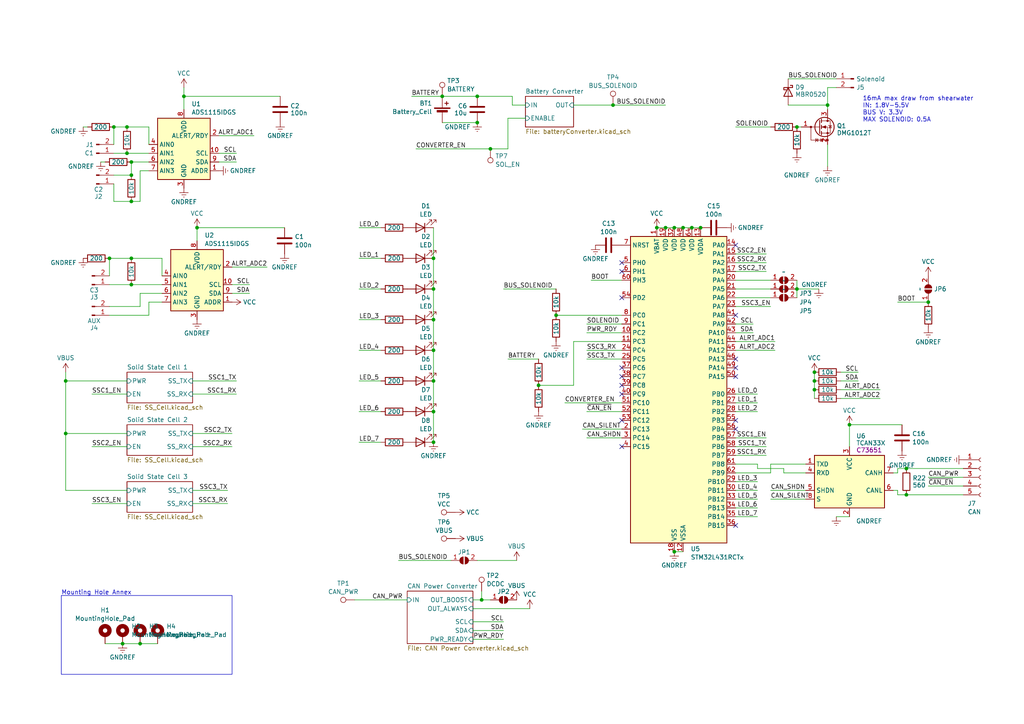
<source format=kicad_sch>
(kicad_sch (version 20230121) (generator eeschema)
  (paper "A4")
  (lib_symbols
    (symbol "Library:ADS1115IDGS"
      (property "Reference" "U" (at 2.54 13.97 0))
      (property "Value" "ADS1115IDGS" (at 7.62 11.43 0))
      (symbol "ADS1115IDGS_1_1"
        (pin input line (at 10.16 -5.08 180) (length 2.54) (name "ADDR") (number "1"))
        (pin input line (at 10.16 0 180) (length 2.54) (name "SCL") (number "10"))
        (pin output line (at 10.16 5.08 180) (length 2.54) (name "ALERT/RDY") (number "2"))
        (pin power_in line (at 0 -10.16 90) (length 2.54) (name "GND") (number "3"))
        (pin input line (at -10.16 2.54 0) (length 2.54) (name "AIN0") (number "4"))
        (pin input line (at -10.16 0 0) (length 2.54) (name "AIN1") (number "5"))
        (pin input line (at -10.16 -2.54 0) (length 2.54) (name "AIN2") (number "6"))
        (pin input line (at -10.16 -5.08 0) (length 2.54) (name "AIN3") (number "7"))
        (pin power_in line (at 0 12.7 270) (length 2.54) (name "VDD") (number "8"))
        (pin bidirectional line (at 10.16 -2.54 180) (length 2.54) (name "SDA") (number "9"))
      )
    )
    (symbol "Library:Battery_Cell" (pin_numbers hide) (pin_names (offset 0) hide)
      (property "Reference" "BT" (at 2.54 2.54 0))
      (property "Value" "Battery_Cell" (at 2.54 0 0))
      (symbol "Battery_Cell_1_1"
        (pin passive line (at 0 5.08 270) (length 2.54) (name "+") (number "1"))
        (pin passive line (at 0 -2.54 90) (length 2.54) (name "-") (number "2"))
      )
    )
    (symbol "Library:C" (pin_numbers hide) (pin_names (offset 0.254))
      (property "Reference" "C" (at 0.635 2.54 0))
      (property "Value" "C" (at 0.635 -2.54 0))
      (symbol "C_1_1"
        (pin passive line (at 0 3.81 270) (length 2.794) (name "~") (number "1"))
        (pin passive line (at 0 -3.81 90) (length 2.794) (name "~") (number "2"))
      )
    )
    (symbol "Library:Conn_01x02_Pin" (pin_names (offset 1.016) hide)
      (property "Reference" "J" (at 0 2.54 0))
      (property "Value" "Conn_01x02_Pin" (at 0 -5.08 0))
      (symbol "Conn_01x02_Pin_1_1"
        (pin passive line (at 5.08 0 180) (length 3.81) (name "Pin_1") (number "1"))
        (pin passive line (at 5.08 -2.54 180) (length 3.81) (name "Pin_2") (number "2"))
      )
    )
    (symbol "Library:Conn_01x05_Socket" (pin_names (offset 1.016) hide)
      (property "Reference" "J" (at 0 7.62 0))
      (property "Value" "Conn_01x05_Socket" (at 0 -7.62 0))
      (symbol "Conn_01x05_Socket_1_1"
        (pin passive line (at -5.08 5.08 0) (length 3.81) (name "Pin_1") (number "1"))
        (pin passive line (at -5.08 2.54 0) (length 3.81) (name "Pin_2") (number "2"))
        (pin passive line (at -5.08 0 0) (length 3.81) (name "Pin_3") (number "3"))
        (pin passive line (at -5.08 -2.54 0) (length 3.81) (name "Pin_4") (number "4"))
        (pin passive line (at -5.08 -5.08 0) (length 3.81) (name "Pin_5") (number "5"))
      )
    )
    (symbol "Library:DMG1012T" (pin_names (offset 0) hide)
      (property "Reference" "Q" (at 5.08 1.905 0))
      (property "Value" "DMG1012T" (at 5.08 0 0))
      (symbol "DMG1012T_1_1"
        (pin input line (at -5.08 0 0) (length 2.54) (name "G") (number "1"))
        (pin passive line (at 2.54 -5.08 90) (length 2.54) (name "S") (number "2"))
        (pin passive line (at 2.54 5.08 270) (length 2.54) (name "D") (number "3"))
      )
    )
    (symbol "Library:LED" (pin_numbers hide) (pin_names (offset 1.016) hide)
      (property "Reference" "D" (at 0 2.54 0))
      (property "Value" "LED" (at 0 -2.54 0))
      (symbol "LED_1_1"
        (pin passive line (at -3.81 0 0) (length 2.54) (name "K") (number "1"))
        (pin passive line (at 3.81 0 180) (length 2.54) (name "A") (number "2"))
      )
    )
    (symbol "Library:MBR0520" (pin_numbers hide) (pin_names (offset 1.016) hide)
      (property "Reference" "D" (at 0 2.54 0))
      (property "Value" "MBR0520" (at 0 -2.54 0))
      (symbol "MBR0520_1_1"
        (pin passive line (at -3.81 0 0) (length 2.54) (name "K") (number "1"))
        (pin passive line (at 3.81 0 180) (length 2.54) (name "A") (number "2"))
      )
    )
    (symbol "Library:MountingHole_Pad" (pin_numbers hide) (pin_names (offset 1.016) hide)
      (property "Reference" "H" (at 0 6.35 0))
      (property "Value" "MountingHole_Pad" (at 0 4.445 0))
      (symbol "MountingHole_Pad_1_1"
        (pin input line (at 0 -2.54 90) (length 2.54) (name "1") (number "1"))
      )
    )
    (symbol "Library:R" (pin_numbers hide) (pin_names (offset 0))
      (property "Reference" "R" (at 2.032 0 90))
      (property "Value" "R" (at 0 0 90))
      (symbol "R_1_1"
        (pin passive line (at 0 3.81 270) (length 1.27) (name "~") (number "1"))
        (pin passive line (at 0 -3.81 90) (length 1.27) (name "~") (number "2"))
      )
    )
    (symbol "Library:STM32L431RCTx"
      (property "Reference" "U" (at -12.7 46.99 0))
      (property "Value" "STM32L431RCTx" (at 10.16 46.99 0))
      (symbol "STM32L431RCTx_1_1"
        (pin power_in line (at -5.08 48.26 270) (length 2.54) (name "VBAT") (number "1"))
        (pin bidirectional line (at -15.24 17.78 0) (length 2.54) (name "PC2") (number "10"))
        (pin bidirectional line (at -15.24 15.24 0) (length 2.54) (name "PC3") (number "11"))
        (pin power_in line (at 2.54 -45.72 90) (length 2.54) (name "VSSA") (number "12"))
        (pin power_in line (at 7.62 48.26 270) (length 2.54) (name "VDDA") (number "13"))
        (pin bidirectional line (at 17.78 43.18 180) (length 2.54) (name "PA0") (number "14"))
        (pin bidirectional line (at 17.78 40.64 180) (length 2.54) (name "PA1") (number "15"))
        (pin bidirectional line (at 17.78 38.1 180) (length 2.54) (name "PA2") (number "16"))
        (pin bidirectional line (at 17.78 35.56 180) (length 2.54) (name "PA3") (number "17"))
        (pin power_in line (at 0 -45.72 90) (length 2.54) (name "VSS") (number "18"))
        (pin power_in line (at -2.54 48.26 270) (length 2.54) (name "VDD") (number "19"))
        (pin bidirectional line (at -15.24 -10.16 0) (length 2.54) (name "PC13") (number "2"))
        (pin bidirectional line (at 17.78 33.02 180) (length 2.54) (name "PA4") (number "20"))
        (pin bidirectional line (at 17.78 30.48 180) (length 2.54) (name "PA5") (number "21"))
        (pin bidirectional line (at 17.78 27.94 180) (length 2.54) (name "PA6") (number "22"))
        (pin bidirectional line (at 17.78 25.4 180) (length 2.54) (name "PA7") (number "23"))
        (pin bidirectional line (at -15.24 12.7 0) (length 2.54) (name "PC4") (number "24"))
        (pin bidirectional line (at -15.24 10.16 0) (length 2.54) (name "PC5") (number "25"))
        (pin bidirectional line (at 17.78 0 180) (length 2.54) (name "PB0") (number "26"))
        (pin bidirectional line (at 17.78 -2.54 180) (length 2.54) (name "PB1") (number "27"))
        (pin bidirectional line (at 17.78 -5.08 180) (length 2.54) (name "PB2") (number "28"))
        (pin bidirectional line (at 17.78 -25.4 180) (length 2.54) (name "PB10") (number "29"))
        (pin bidirectional line (at -15.24 -12.7 0) (length 2.54) (name "PC14") (number "3"))
        (pin bidirectional line (at 17.78 -27.94 180) (length 2.54) (name "PB11") (number "30"))
        (pin passive line (at 0 -45.72 90) (length 2.54) hide (name "VSS") (number "31"))
        (pin power_in line (at 0 48.26 270) (length 2.54) (name "VDD") (number "32"))
        (pin bidirectional line (at 17.78 -30.48 180) (length 2.54) (name "PB12") (number "33"))
        (pin bidirectional line (at 17.78 -33.02 180) (length 2.54) (name "PB13") (number "34"))
        (pin bidirectional line (at 17.78 -35.56 180) (length 2.54) (name "PB14") (number "35"))
        (pin bidirectional line (at 17.78 -38.1 180) (length 2.54) (name "PB15") (number "36"))
        (pin bidirectional line (at -15.24 7.62 0) (length 2.54) (name "PC6") (number "37"))
        (pin bidirectional line (at -15.24 5.08 0) (length 2.54) (name "PC7") (number "38"))
        (pin bidirectional line (at -15.24 2.54 0) (length 2.54) (name "PC8") (number "39"))
        (pin bidirectional line (at -15.24 -15.24 0) (length 2.54) (name "PC15") (number "4"))
        (pin bidirectional line (at -15.24 0 0) (length 2.54) (name "PC9") (number "40"))
        (pin bidirectional line (at 17.78 22.86 180) (length 2.54) (name "PA8") (number "41"))
        (pin bidirectional line (at 17.78 20.32 180) (length 2.54) (name "PA9") (number "42"))
        (pin bidirectional line (at 17.78 17.78 180) (length 2.54) (name "PA10") (number "43"))
        (pin bidirectional line (at 17.78 15.24 180) (length 2.54) (name "PA11") (number "44"))
        (pin bidirectional line (at 17.78 12.7 180) (length 2.54) (name "PA12") (number "45"))
        (pin bidirectional line (at 17.78 10.16 180) (length 2.54) (name "PA13") (number "46"))
        (pin passive line (at 0 -45.72 90) (length 2.54) hide (name "VSS") (number "47"))
        (pin power_in line (at 2.54 48.26 270) (length 2.54) (name "VDD") (number "48"))
        (pin bidirectional line (at 17.78 7.62 180) (length 2.54) (name "PA14") (number "49"))
        (pin bidirectional line (at -15.24 38.1 0) (length 2.54) (name "PH0") (number "5"))
        (pin bidirectional line (at 17.78 5.08 180) (length 2.54) (name "PA15") (number "50"))
        (pin bidirectional line (at -15.24 -2.54 0) (length 2.54) (name "PC10") (number "51"))
        (pin bidirectional line (at -15.24 -5.08 0) (length 2.54) (name "PC11") (number "52"))
        (pin bidirectional line (at -15.24 -7.62 0) (length 2.54) (name "PC12") (number "53"))
        (pin bidirectional line (at -15.24 27.94 0) (length 2.54) (name "PD2") (number "54"))
        (pin bidirectional line (at 17.78 -7.62 180) (length 2.54) (name "PB3") (number "55"))
        (pin bidirectional line (at 17.78 -10.16 180) (length 2.54) (name "PB4") (number "56"))
        (pin bidirectional line (at 17.78 -12.7 180) (length 2.54) (name "PB5") (number "57"))
        (pin bidirectional line (at 17.78 -15.24 180) (length 2.54) (name "PB6") (number "58"))
        (pin bidirectional line (at 17.78 -17.78 180) (length 2.54) (name "PB7") (number "59"))
        (pin bidirectional line (at -15.24 35.56 0) (length 2.54) (name "PH1") (number "6"))
        (pin bidirectional line (at -15.24 33.02 0) (length 2.54) (name "PH3") (number "60"))
        (pin bidirectional line (at 17.78 -20.32 180) (length 2.54) (name "PB8") (number "61"))
        (pin bidirectional line (at 17.78 -22.86 180) (length 2.54) (name "PB9") (number "62"))
        (pin passive line (at 0 -45.72 90) (length 2.54) hide (name "VSS") (number "63"))
        (pin power_in line (at 5.08 48.26 270) (length 2.54) (name "VDD") (number "64"))
        (pin input line (at -15.24 43.18 0) (length 2.54) (name "NRST") (number "7"))
        (pin bidirectional line (at -15.24 22.86 0) (length 2.54) (name "PC0") (number "8"))
        (pin bidirectional line (at -15.24 20.32 0) (length 2.54) (name "PC1") (number "9"))
      )
    )
    (symbol "Library:SolderJumper_2_Open" (pin_names (offset 0) hide)
      (property "Reference" "JP" (at 0 2.032 0))
      (property "Value" "SolderJumper_2_Open" (at 0 -2.54 0))
      (symbol "SolderJumper_2_Open_1_1"
        (pin passive line (at -3.81 0 0) (length 2.54) (name "A") (number "1"))
        (pin passive line (at 3.81 0 180) (length 2.54) (name "B") (number "2"))
      )
    )
    (symbol "Library:TCAN330"
      (property "Reference" "U" (at -10.16 8.89 0))
      (property "Value" "TCAN330" (at 2.54 8.89 0))
      (property "JLC Part #" "C191009" (at 0 0 0))
      (symbol "TCAN330_1_1"
        (pin input line (at -12.7 5.08 0) (length 2.54) (name "TXD") (number "1"))
        (pin power_in line (at 0 -10.16 90) (length 2.54) (name "GND") (number "2"))
        (pin power_in line (at 0 10.16 270) (length 2.54) (name "VCC") (number "3"))
        (pin tri_state line (at -12.7 2.54 0) (length 2.54) (name "RXD") (number "4"))
        (pin input line (at -12.7 -2.54 0) (length 2.54) (name "SHDN") (number "5"))
        (pin bidirectional line (at 12.7 -2.54 180) (length 2.54) (name "CANL") (number "6"))
        (pin bidirectional line (at 12.7 2.54 180) (length 2.54) (name "CANH") (number "7"))
        (pin input line (at -12.7 -5.08 0) (length 2.54) (name "S") (number "8"))
      )
    )
    (symbol "Library:TestPoint" (pin_numbers hide) (pin_names (offset 0.762) hide)
      (property "Reference" "TP" (at 0 6.858 0))
      (property "Value" "TestPoint" (at 0 5.08 0))
      (symbol "TestPoint_1_1"
        (pin passive line (at 0 0 90) (length 2.54) (name "1") (number "1"))
      )
    )
    (symbol "power:GNDREF" (power) (pin_names (offset 0))
      (property "Value" "GNDREF" (at 0 -3.81 0))
      (symbol "GNDREF_1_1"
        (pin power_in line (at 0 0 270) (length 0) hide (name "GNDREF") (number "1"))
      )
    )
    (symbol "power:VBUS" (power) (pin_names (offset 0))
      (property "Value" "VBUS" (at 0 3.81 0))
      (symbol "VBUS_1_1"
        (pin power_in line (at 0 0 90) (length 0) hide (name "VBUS") (number "1"))
      )
    )
    (symbol "power:VCC" (power) (pin_names (offset 0))
      (property "Value" "VCC" (at 0 3.81 0))
      (symbol "VCC_1_1"
        (pin power_in line (at 0 0 90) (length 0) hide (name "VCC") (number "1"))
      )
    )
  )
  (junction (at 125.73 101.6))
  (junction (at 231.14 36.83))
  (junction (at 36.83 36.83))
  (junction (at 161.29 91.44))
  (junction (at 53.34 27.94))
  (junction (at 138.43 27.94))
  (junction (at 138.43 35.56))
  (junction (at 125.73 92.71))
  (junction (at 246.38 123.19))
  (junction (at 156.21 111.76))
  (junction (at 195.58 66.04))
  (junction (at 193.04 66.04))
  (junction (at 262.89 143.51))
  (junction (at 139.7 173.99))
  (junction (at 125.73 128.27))
  (junction (at 125.73 83.82))
  (junction (at 236.22 107.95))
  (junction (at 177.8 30.48))
  (junction (at 125.73 110.49))
  (junction (at 128.27 27.94))
  (junction (at 19.05 110.49))
  (junction (at 35.56 186.69))
  (junction (at 38.1 58.42))
  (junction (at 38.1 46.99))
  (junction (at 40.64 186.69))
  (junction (at 38.1 50.8))
  (junction (at 200.66 66.04))
  (junction (at 262.89 135.89))
  (junction (at 57.15 66.04))
  (junction (at 19.05 125.73))
  (junction (at 231.14 83.82))
  (junction (at 36.83 44.45))
  (junction (at 190.5 66.04))
  (junction (at 125.73 74.93))
  (junction (at 269.24 87.63))
  (junction (at 236.22 113.03))
  (junction (at 31.75 74.93))
  (junction (at 236.22 110.49))
  (junction (at 198.12 66.04))
  (junction (at 203.2 66.04))
  (junction (at 125.73 119.38))
  (junction (at 195.58 160.02))
  (junction (at 33.02 36.83))
  (junction (at 142.24 43.18))
  (junction (at 38.1 74.93))
  (junction (at 240.03 30.48))
  (junction (at 38.1 82.55))
  (no_connect (at 180.34 78.74))
  (no_connect (at 213.36 109.22))
  (no_connect (at 180.34 109.22))
  (no_connect (at 213.36 152.4))
  (no_connect (at 213.36 91.44))
  (no_connect (at 180.34 106.68))
  (no_connect (at 213.36 104.14))
  (no_connect (at 213.36 121.92))
  (no_connect (at 213.36 106.68))
  (no_connect (at 180.34 111.76))
  (no_connect (at 180.34 76.2))
  (no_connect (at 213.36 124.46))
  (no_connect (at 180.34 114.3))
  (no_connect (at 180.34 121.92))
  (no_connect (at 213.36 71.12))
  (no_connect (at 180.34 129.54))
  (no_connect (at 180.34 86.36))
  (wire (pts (xy 104.14 92.71) (xy 110.49 92.71)))
  (wire (pts (xy 33.02 44.45) (xy 36.83 44.45)))
  (wire (pts (xy 35.56 186.69) (xy 40.64 186.69)))
  (wire (pts (xy 53.34 25.4) (xy 53.34 27.94)))
  (wire (pts (xy 138.43 162.56) (xy 149.86 162.56)))
  (wire (pts (xy 227.33 137.16) (xy 233.68 137.16)))
  (wire (pts (xy 102.87 173.99) (xy 118.11 173.99)))
  (wire (pts (xy 38.1 46.99) (xy 43.18 46.99)))
  (wire (pts (xy 223.52 137.16) (xy 223.52 134.62)))
  (wire (pts (xy 213.36 76.2) (xy 222.25 76.2)))
  (wire (pts (xy 128.27 35.56) (xy 138.43 35.56)))
  (wire (pts (xy 43.18 36.83) (xy 43.18 41.91)))
  (wire (pts (xy 260.35 87.63) (xy 269.24 87.63)))
  (wire (pts (xy 67.31 77.47) (xy 77.47 77.47)))
  (wire (pts (xy 30.48 186.69) (xy 35.56 186.69)))
  (wire (pts (xy 236.22 113.03) (xy 236.22 115.57)))
  (wire (pts (xy 219.71 134.62) (xy 219.71 135.89)))
  (wire (pts (xy 104.14 101.6) (xy 110.49 101.6)))
  (wire (pts (xy 125.73 83.82) (xy 125.73 92.71)))
  (wire (pts (xy 152.4 34.29) (xy 147.32 34.29)))
  (wire (pts (xy 137.16 185.42) (xy 146.05 185.42)))
  (wire (pts (xy 67.31 85.09) (xy 72.39 85.09)))
  (wire (pts (xy 104.14 66.04) (xy 110.49 66.04)))
  (wire (pts (xy 223.52 142.24) (xy 233.68 142.24)))
  (wire (pts (xy 55.88 114.3) (xy 68.58 114.3)))
  (wire (pts (xy 104.14 74.93) (xy 110.49 74.93)))
  (wire (pts (xy 161.29 91.44) (xy 180.34 91.44)))
  (wire (pts (xy 236.22 107.95) (xy 236.22 110.49)))
  (wire (pts (xy 219.71 144.78) (xy 213.36 144.78)))
  (wire (pts (xy 19.05 110.49) (xy 36.83 110.49)))
  (wire (pts (xy 104.14 110.49) (xy 110.49 110.49)))
  (wire (pts (xy 219.71 135.89) (xy 227.33 135.89)))
  (wire (pts (xy 33.02 50.8) (xy 38.1 50.8)))
  (wire (pts (xy 31.75 80.01) (xy 31.75 74.93)))
  (wire (pts (xy 246.38 123.19) (xy 246.38 129.54)))
  (wire (pts (xy 36.83 44.45) (xy 43.18 44.45)))
  (wire (pts (xy 19.05 142.24) (xy 36.83 142.24)))
  (wire (pts (xy 246.38 149.86) (xy 242.57 149.86)))
  (wire (pts (xy 166.37 111.76) (xy 166.37 99.06)))
  (wire (pts (xy 115.57 162.56) (xy 130.81 162.56)))
  (wire (pts (xy 19.05 107.95) (xy 19.05 110.49)))
  (wire (pts (xy 228.6 22.86) (xy 242.57 22.86)))
  (wire (pts (xy 171.45 81.28) (xy 180.34 81.28)))
  (wire (pts (xy 260.35 142.24) (xy 260.35 143.51)))
  (wire (pts (xy 55.88 146.05) (xy 66.04 146.05)))
  (wire (pts (xy 213.36 132.08) (xy 222.25 132.08)))
  (wire (pts (xy 63.5 46.99) (xy 68.58 46.99)))
  (wire (pts (xy 213.36 36.83) (xy 223.52 36.83)))
  (wire (pts (xy 33.02 58.42) (xy 33.02 53.34)))
  (wire (pts (xy 219.71 142.24) (xy 213.36 142.24)))
  (wire (pts (xy 195.58 160.02) (xy 198.12 160.02)))
  (wire (pts (xy 219.71 116.84) (xy 213.36 116.84)))
  (wire (pts (xy 262.89 135.89) (xy 279.4 135.89)))
  (wire (pts (xy 269.24 138.43) (xy 279.4 138.43)))
  (wire (pts (xy 166.37 99.06) (xy 180.34 99.06)))
  (wire (pts (xy 246.38 123.19) (xy 261.62 123.19)))
  (wire (pts (xy 223.52 144.78) (xy 233.68 144.78)))
  (wire (pts (xy 213.36 99.06) (xy 224.79 99.06)))
  (wire (pts (xy 219.71 114.3) (xy 213.36 114.3)))
  (wire (pts (xy 168.91 124.46) (xy 180.34 124.46)))
  (wire (pts (xy 38.1 74.93) (xy 46.99 74.93)))
  (wire (pts (xy 142.24 43.18) (xy 147.32 43.18)))
  (wire (pts (xy 55.88 110.49) (xy 68.58 110.49)))
  (wire (pts (xy 43.18 91.44) (xy 31.75 91.44)))
  (wire (pts (xy 231.14 83.82) (xy 231.14 86.36)))
  (wire (pts (xy 46.99 87.63) (xy 43.18 87.63)))
  (wire (pts (xy 53.34 27.94) (xy 81.28 27.94)))
  (wire (pts (xy 222.25 127) (xy 213.36 127)))
  (wire (pts (xy 67.31 82.55) (xy 72.39 82.55)))
  (wire (pts (xy 33.02 36.83) (xy 36.83 36.83)))
  (wire (pts (xy 137.16 173.99) (xy 139.7 173.99)))
  (wire (pts (xy 260.35 137.16) (xy 260.35 135.89)))
  (wire (pts (xy 55.88 125.73) (xy 67.31 125.73)))
  (wire (pts (xy 40.64 186.69) (xy 45.72 186.69)))
  (wire (pts (xy 33.02 36.83) (xy 33.02 41.91)))
  (wire (pts (xy 36.83 36.83) (xy 43.18 36.83)))
  (wire (pts (xy 223.52 81.28) (xy 213.36 81.28)))
  (wire (pts (xy 40.64 88.9) (xy 40.64 85.09)))
  (wire (pts (xy 55.88 129.54) (xy 67.31 129.54)))
  (wire (pts (xy 40.64 85.09) (xy 46.99 85.09)))
  (wire (pts (xy 227.33 135.89) (xy 227.33 137.16)))
  (wire (pts (xy 240.03 25.4) (xy 242.57 25.4)))
  (wire (pts (xy 63.5 44.45) (xy 68.58 44.45)))
  (wire (pts (xy 213.36 134.62) (xy 219.71 134.62)))
  (wire (pts (xy 262.89 143.51) (xy 279.4 143.51)))
  (wire (pts (xy 125.73 110.49) (xy 125.73 119.38)))
  (wire (pts (xy 236.22 110.49) (xy 236.22 113.03)))
  (wire (pts (xy 120.65 43.18) (xy 142.24 43.18)))
  (wire (pts (xy 147.32 104.14) (xy 156.21 104.14)))
  (wire (pts (xy 243.84 115.57) (xy 255.27 115.57)))
  (wire (pts (xy 223.52 83.82) (xy 213.36 83.82)))
  (wire (pts (xy 125.73 92.71) (xy 125.73 101.6)))
  (wire (pts (xy 148.59 30.48) (xy 152.4 30.48)))
  (wire (pts (xy 240.03 30.48) (xy 240.03 25.4)))
  (wire (pts (xy 223.52 88.9) (xy 213.36 88.9)))
  (wire (pts (xy 198.12 66.04) (xy 200.66 66.04)))
  (wire (pts (xy 213.36 73.66) (xy 222.25 73.66)))
  (wire (pts (xy 260.35 137.16) (xy 259.08 137.16)))
  (wire (pts (xy 40.64 88.9) (xy 31.75 88.9)))
  (wire (pts (xy 213.36 101.6) (xy 224.79 101.6)))
  (wire (pts (xy 26.67 114.3) (xy 36.83 114.3)))
  (wire (pts (xy 137.16 182.88) (xy 146.05 182.88)))
  (wire (pts (xy 137.16 176.53) (xy 153.67 176.53)))
  (wire (pts (xy 190.5 66.04) (xy 193.04 66.04)))
  (wire (pts (xy 231.14 36.83) (xy 232.41 36.83)))
  (wire (pts (xy 146.05 83.82) (xy 161.29 83.82)))
  (wire (pts (xy 240.03 31.75) (xy 240.03 30.48)))
  (wire (pts (xy 156.21 111.76) (xy 166.37 111.76)))
  (wire (pts (xy 31.75 74.93) (xy 38.1 74.93)))
  (wire (pts (xy 269.24 140.97) (xy 279.4 140.97)))
  (wire (pts (xy 170.18 104.14) (xy 180.34 104.14)))
  (wire (pts (xy 213.36 96.52) (xy 218.44 96.52)))
  (wire (pts (xy 170.18 96.52) (xy 180.34 96.52)))
  (wire (pts (xy 24.13 36.83) (xy 25.4 36.83)))
  (wire (pts (xy 26.67 146.05) (xy 36.83 146.05)))
  (wire (pts (xy 104.14 128.27) (xy 110.49 128.27)))
  (wire (pts (xy 26.67 129.54) (xy 36.83 129.54)))
  (wire (pts (xy 213.36 93.98) (xy 218.44 93.98)))
  (wire (pts (xy 163.83 116.84) (xy 180.34 116.84)))
  (wire (pts (xy 40.64 58.42) (xy 38.1 58.42)))
  (wire (pts (xy 148.59 27.94) (xy 148.59 30.48)))
  (wire (pts (xy 125.73 119.38) (xy 125.73 128.27)))
  (wire (pts (xy 177.8 30.48) (xy 193.04 30.48)))
  (wire (pts (xy 213.36 137.16) (xy 223.52 137.16)))
  (wire (pts (xy 104.14 119.38) (xy 110.49 119.38)))
  (wire (pts (xy 213.36 78.74) (xy 222.25 78.74)))
  (wire (pts (xy 170.18 93.98) (xy 180.34 93.98)))
  (wire (pts (xy 195.58 66.04) (xy 198.12 66.04)))
  (wire (pts (xy 223.52 134.62) (xy 233.68 134.62)))
  (wire (pts (xy 213.36 129.54) (xy 222.25 129.54)))
  (wire (pts (xy 19.05 125.73) (xy 19.05 142.24)))
  (wire (pts (xy 128.27 27.94) (xy 138.43 27.94)))
  (wire (pts (xy 219.71 139.7) (xy 213.36 139.7)))
  (wire (pts (xy 57.15 66.04) (xy 82.55 66.04)))
  (wire (pts (xy 219.71 149.86) (xy 213.36 149.86)))
  (wire (pts (xy 138.43 27.94) (xy 148.59 27.94)))
  (wire (pts (xy 104.14 83.82) (xy 110.49 83.82)))
  (wire (pts (xy 139.7 171.45) (xy 139.7 173.99)))
  (wire (pts (xy 137.16 180.34) (xy 146.05 180.34)))
  (wire (pts (xy 19.05 110.49) (xy 19.05 125.73)))
  (wire (pts (xy 219.71 147.32) (xy 213.36 147.32)))
  (wire (pts (xy 53.34 27.94) (xy 53.34 31.75)))
  (wire (pts (xy 63.5 39.37) (xy 73.66 39.37)))
  (wire (pts (xy 170.18 127) (xy 180.34 127)))
  (wire (pts (xy 139.7 173.99) (xy 142.24 173.99)))
  (wire (pts (xy 125.73 74.93) (xy 125.73 83.82)))
  (wire (pts (xy 231.14 81.28) (xy 231.14 83.82)))
  (wire (pts (xy 260.35 135.89) (xy 262.89 135.89)))
  (wire (pts (xy 170.18 119.38) (xy 180.34 119.38)))
  (wire (pts (xy 29.21 46.99) (xy 30.48 46.99)))
  (wire (pts (xy 243.84 110.49) (xy 248.92 110.49)))
  (wire (pts (xy 38.1 82.55) (xy 46.99 82.55)))
  (wire (pts (xy 240.03 48.26) (xy 240.03 41.91)))
  (wire (pts (xy 166.37 30.48) (xy 177.8 30.48)))
  (wire (pts (xy 243.84 107.95) (xy 248.92 107.95)))
  (wire (pts (xy 243.84 113.03) (xy 255.27 113.03)))
  (wire (pts (xy 200.66 66.04) (xy 203.2 66.04)))
  (wire (pts (xy 231.14 83.82) (xy 237.49 83.82)))
  (wire (pts (xy 38.1 50.8) (xy 38.1 46.99)))
  (wire (pts (xy 147.32 34.29) (xy 147.32 43.18)))
  (wire (pts (xy 19.05 125.73) (xy 36.83 125.73)))
  (wire (pts (xy 228.6 30.48) (xy 240.03 30.48)))
  (wire (pts (xy 260.35 143.51) (xy 262.89 143.51)))
  (wire (pts (xy 31.75 82.55) (xy 38.1 82.55)))
  (wire (pts (xy 223.52 86.36) (xy 213.36 86.36)))
  (wire (pts (xy 170.18 101.6) (xy 180.34 101.6)))
  (wire (pts (xy 38.1 58.42) (xy 33.02 58.42)))
  (wire (pts (xy 55.88 142.24) (xy 66.04 142.24)))
  (wire (pts (xy 219.71 119.38) (xy 213.36 119.38)))
  (wire (pts (xy 46.99 74.93) (xy 46.99 80.01)))
  (wire (pts (xy 43.18 49.53) (xy 40.64 49.53)))
  (wire (pts (xy 40.64 49.53) (xy 40.64 58.42)))
  (wire (pts (xy 260.35 142.24) (xy 259.08 142.24)))
  (wire (pts (xy 125.73 66.04) (xy 125.73 74.93)))
  (wire (pts (xy 193.04 66.04) (xy 195.58 66.04)))
  (wire (pts (xy 119.38 27.94) (xy 128.27 27.94)))
  (wire (pts (xy 43.18 87.63) (xy 43.18 91.44)))
  (wire (pts (xy 57.15 66.04) (xy 57.15 69.85)))
  (wire (pts (xy 125.73 101.6) (xy 125.73 110.49)))
  (rectangle (start 17.78 172.72) (end 67.31 195.58))
  (text "Mounting Hole Annex" (at 17.78 172.72 0) (effects (font (size 1.27 1.27)) (justify left bottom)))
  (text "16mA max draw from shearwater\nIN: 1.8V-5.5V\nBUS V: 3.3V\nMAX SOLENOID: 0.5A" (at 250.19 35.56 0) (effects (font (size 1.27 1.27)) (justify left bottom)))
  (label "CAN_SILENT" (at 168.91 124.46 0))
  (label "BATTERY" (at 119.38 27.94 0))
  (label "SDA" (at 146.05 182.88 180))
  (label "LED_6" (at 104.14 119.38 0))
  (label "SSC2_EN" (at 222.25 73.66 180))
  (label "LED_1" (at 104.14 74.93 0))
  (label "ALRT_ADC1" (at 255.27 113.03 180))
  (label "SSC1_EN" (at 26.67 114.3 0))
  (label "LED_1" (at 219.71 116.84 180))
  (label "SSC3_RX" (at 66.04 146.05 180))
  (label "SDA" (at 68.58 46.99 180))
  (label "CAN_PWR" (at 107.95 173.99 0))
  (label "PWR_RDY" (at 146.05 185.42 180))
  (label "SSC1_TX" (at 222.25 129.54 180))
  (label "BUS_SOLENOID" (at 115.57 162.56 0))
  (label "SCL" (at 72.39 82.55 180))
  (label "SSC3_EN" (at 26.67 146.05 0))
  (label "SSC1_EN" (at 222.25 127 180))
  (label "LED_6" (at 219.71 147.32 180))
  (label "LED_3" (at 219.71 139.7 180))
  (label "SSC2_RX" (at 67.31 129.54 180))
  (label "CONVERTER_EN" (at 163.83 116.84 0))
  (label "BATTERY" (at 147.32 104.14 0))
  (label "SSC3_EN" (at 223.52 88.9 180))
  (label "SCL" (at 68.58 44.45 180))
  (label "CAN_SILENT" (at 223.52 144.78 0))
  (label "LED_3" (at 104.14 92.71 0))
  (label "ALRT_ADC2" (at 224.79 101.6 180))
  (label "~{CAN_EN}" (at 170.18 119.38 0))
  (label "SDA" (at 72.39 85.09 180))
  (label "CAN_PWR" (at 269.24 138.43 0))
  (label "LED_7" (at 219.71 149.86 180))
  (label "LED_0" (at 104.14 66.04 0))
  (label "SDA" (at 248.92 110.49 180))
  (label "LED_4" (at 219.71 142.24 180))
  (label "CAN_SHDN" (at 223.52 142.24 0))
  (label "SOLENOID" (at 213.36 36.83 0))
  (label "LED_0" (at 219.71 114.3 180))
  (label "LED_5" (at 219.71 144.78 180))
  (label "ALRT_ADC1" (at 224.79 99.06 180))
  (label "SOLENOID" (at 170.18 93.98 0))
  (label "SSC1_RX" (at 222.25 132.08 180))
  (label "ALRT_ADC1" (at 73.66 39.37 180))
  (label "PWR_RDY" (at 170.18 96.52 0))
  (label "SSC2_TX" (at 67.31 125.73 180))
  (label "BUS_SOLENOID" (at 228.6 22.86 0))
  (label "SCL" (at 146.05 180.34 180))
  (label "SCL" (at 218.44 93.98 180))
  (label "SSC3_TX" (at 170.18 104.14 0))
  (label "LED_4" (at 104.14 101.6 0))
  (label "SSC1_TX" (at 68.58 110.49 180))
  (label "SCL" (at 248.92 107.95 180))
  (label "ALRT_ADC2" (at 77.47 77.47 180))
  (label "BUS_SOLENOID" (at 146.05 83.82 0))
  (label "LED_2" (at 104.14 83.82 0))
  (label "SDA" (at 218.44 96.52 180))
  (label "SSC2_EN" (at 26.67 129.54 0))
  (label "~{CAN_EN}" (at 269.24 140.97 0))
  (label "SSC1_RX" (at 68.58 114.3 180))
  (label "SSC3_RX" (at 170.18 101.6 0))
  (label "SSC2_RX" (at 222.25 76.2 180))
  (label "ALRT_ADC2" (at 255.27 115.57 180))
  (label "SSC3_TX" (at 66.04 142.24 180))
  (label "LED_7" (at 104.14 128.27 0))
  (label "SSC2_TX" (at 222.25 78.74 180))
  (label "LED_5" (at 104.14 110.49 0))
  (label "CAN_SHDN" (at 170.18 127 0))
  (label "LED_2" (at 219.71 119.38 180))
  (label "BUS_SOLENOID" (at 193.04 30.48 180))
  (label "CONVERTER_EN" (at 120.65 43.18 0))
  (label "BOOT" (at 260.35 87.63 0))
  (label "BOOT" (at 171.45 81.28 0))
  (symbol (lib_id "Library:TestPoint") (at 177.8 30.48 0) (unit 1) (in_bom no)
    (property "Reference" "TP4" (at 177.8 22.3987 0))
    (property "Value" "BUS_SOLENOID" (at 177.8 24.8229 0))
    (property "Footprint" "TestPoint:TestPoint_THTPad_D1.0mm_Drill0.5mm" (effects hide))
  )
  (symbol (lib_id "power:VCC") (at 67.31 87.63 270) (unit 1)
    (property "Reference" "#PWR07" (effects hide))
    (property "Value" "VCC" (at 70.485 87.63 90) (effects (justify left)))
  )
  (symbol (lib_id "Library:R") (at 114.3 101.6 270) (unit 1)
    (property "Reference" "R5" (effects hide))
    (property "Value" "200" (at 114.3 101.6 90))
    (property "Footprint" "Resistor_SMD:R_0402_1005Metric" (effects hide))
    (property "MPN" "C25087" (effects hide))
  )
  (symbol (lib_id "Library:MBR0520") (at 228.6 26.67 270) (unit 1)
    (property "Reference" "D9" (at 230.632 25.3285 90) (effects (justify left)))
    (property "Value" "MBR0520" (at 230.632 27.3765 90) (effects (justify left)))
    (property "Footprint" "Diode_SMD:D_SOD-123" (effects hide))
    (property "Datasheet" "http://www.mccsemi.com/up_pdf/MBR0520~MBR0580(SOD123).pdf" (effects hide))
    (property "MPN" "C5204745" (effects hide))
  )
  (symbol (lib_id "Library:SolderJumper_2_Open") (at 134.62 162.56 0) (unit 1)
    (property "Reference" "JP1" (at 134.62 160.139 0))
    (property "Value" "~" (at 134.62 160.139 0))
    (property "Footprint" "Jumper:SolderJumper-2_P1.3mm_Open_Pad1.0x1.5mm" (effects hide))
  )
  (symbol (lib_id "power:VBUS") (at 149.86 173.99 0) (unit 1)
    (property "Reference" "#PWR030" (effects hide))
    (property "Value" "VBUS" (at 149.86 169.8569 0))
  )
  (symbol (lib_id "Library:Battery_Cell") (at 128.27 33.02 0) (unit 1)
    (property "Reference" "BT1" (at 125.349 29.9664 0) (effects (justify right)))
    (property "Value" "Battery_Cell" (at 125.349 32.3906 0) (effects (justify right)))
    (property "Footprint" "Library:BatteryHolder_MPD_BH-18650-PC2" (effects hide))
    (property "JLC" "C5290176" (effects hide))
  )
  (symbol (lib_id "Library:LED") (at 121.92 119.38 180) (unit 1)
    (property "Reference" "D7" (at 123.5075 113.0767 0))
    (property "Value" "LED" (at 123.5075 115.5009 0))
    (property "Footprint" "LED_SMD:LED_0805_2012Metric" (effects hide))
    (property "MPN" "C84256" (effects hide))
  )
  (symbol (lib_id "power:VCC") (at 153.67 176.53 0) (unit 1)
    (property "Reference" "#PWR024" (effects hide))
    (property "Value" "VCC" (at 153.67 172.3969 0))
  )
  (symbol (lib_id "power:VBUS") (at 19.05 107.95 0) (unit 1)
    (property "Reference" "#PWR01" (effects hide))
    (property "Value" "VBUS" (at 19.05 103.8169 0))
  )
  (symbol (lib_id "Library:Conn_01x05_Socket") (at 284.48 138.43 0) (unit 1) (in_bom no)
    (property "Reference" "J7" (at 280.67 146.05 0) (effects (justify left)))
    (property "Value" "CAN" (at 280.67 148.4742 0) (effects (justify left)))
    (property "Footprint" "TerminalBlock_Phoenix:TerminalBlock_Phoenix_MPT-0,5-5-2.54_1x05_P2.54mm_Horizontal" (effects hide))
  )
  (symbol (lib_id "Library:DMG1012T") (at 237.49 36.83 0) (unit 1)
    (property "Reference" "Q1" (at 242.697 36.5045 0) (effects (justify left)))
    (property "Value" "DMG1012T" (at 242.697 38.5525 0) (effects (justify left)))
    (property "Footprint" "Package_TO_SOT_SMD:SOT-523" (effects hide))
    (property "Datasheet" "https://www.diodes.com/assets/Datasheets/ds31783.pdf" (effects hide))
    (property "MPN" "C20512" (effects hide))
    (property "JLCPCB Rotation Offset" "180" (effects hide))
  )
  (symbol (lib_id "Library:C") (at 207.01 66.04 90) (unit 1)
    (property "Reference" "C15" (at 207.01 59.7367 90))
    (property "Value" "100n" (at 207.01 62.1609 90))
    (property "Footprint" "Capacitor_SMD:C_0603_1608Metric" (effects hide))
    (property "MPN" "C14663" (effects hide))
  )
  (symbol (lib_id "Library:C") (at 81.28 31.75 0) (unit 1)
    (property "Reference" "C2" (at 84.201 30.726 0) (effects (justify left)))
    (property "Value" "100n" (at 84.201 32.774 0) (effects (justify left)))
    (property "Footprint" "Capacitor_SMD:C_0603_1608Metric" (effects hide))
    (property "MPN" "C14663" (effects hide))
  )
  (symbol (lib_id "Library:R") (at 156.21 115.57 180) (unit 1)
    (property "Reference" "R33" (effects hide))
    (property "Value" "10k" (at 156.21 115.57 90))
    (property "Footprint" "Resistor_SMD:R_0402_1005Metric" (effects hide))
    (property "MPN" "C26083" (effects hide))
  )
  (symbol (lib_id "power:VCC") (at 269.24 80.01 0) (unit 1)
    (property "Reference" "#PWR033" (effects hide))
    (property "Value" "VCC" (at 269.24 75.8769 0))
  )
  (symbol (lib_id "power:VCC") (at 57.15 66.04 0) (unit 1)
    (property "Reference" "#PWR04" (effects hide))
    (property "Value" "VCC" (at 57.15 61.9069 0))
  )
  (symbol (lib_id "Library:TestPoint") (at 139.7 171.45 0) (unit 1) (in_bom no)
    (property "Reference" "TP2" (at 141.097 166.9359 0) (effects (justify left)))
    (property "Value" "DCDC" (at 141.097 169.3601 0) (effects (justify left)))
    (property "Footprint" "TestPoint:TestPoint_THTPad_D1.0mm_Drill0.5mm" (effects hide))
  )
  (symbol (lib_id "power:GNDREF") (at 63.5 49.53 90) (unit 1)
    (property "Reference" "#PWR06" (effects hide))
    (property "Value" "GNDREF" (at 66.675 49.53 90) (effects (justify right)))
  )
  (symbol (lib_id "Library:SolderJumper_2_Open") (at 227.33 81.28 0) (unit 1)
    (property "Reference" "JP3" (at 233.68 85.09 0))
    (property "Value" "~" (at 227.33 78.859 0))
    (property "Footprint" "Jumper:SolderJumper-2_P1.3mm_Open_Pad1.0x1.5mm" (effects hide))
  )
  (symbol (lib_id "Library:R") (at 262.89 139.7 0) (unit 1)
    (property "Reference" "R22" (at 264.668 138.676 0) (effects (justify left)))
    (property "Value" "560" (at 264.668 140.724 0) (effects (justify left)))
    (property "Footprint" "Resistor_SMD:R_0402_1005Metric" (effects hide))
    (property "MPN" "C163460" (effects hide))
  )
  (symbol (lib_id "Library:TCAN330") (at 246.38 139.7 0) (unit 1)
    (property "Reference" "U6" (at 248.3359 126.452 0) (effects (justify left)))
    (property "Value" "TCAN33X" (at 248.3359 128.5 0) (effects (justify left)))
    (property "Footprint" "Package_SO:SOIC-8_3.9x4.9mm_P1.27mm" (effects hide))
    (property "Datasheet" "http://www.ti.com/lit/ds/symlink/tcan337.pdf" (effects hide))
    (property "MPN" "C73651" (at 248.3359 130.548 0) (effects (justify left)))
  )
  (symbol (lib_id "Library:MountingHole_Pad") (at 30.48 184.15 0) (unit 1) (in_bom no)
    (property "Reference" "H1" (at 30.48 176.9577 0))
    (property "Value" "MountingHole_Pad" (at 30.48 179.3819 0))
    (property "Footprint" "MountingHole:MountingHole_2.2mm_M2_Pad" (effects hide))
  )
  (symbol (lib_id "Library:LED") (at 121.92 110.49 180) (unit 1)
    (property "Reference" "D6" (at 123.5075 104.1867 0))
    (property "Value" "LED" (at 123.5075 106.6109 0))
    (property "Footprint" "LED_SMD:LED_0805_2012Metric" (effects hide))
    (property "MPN" "C84256" (effects hide))
  )
  (symbol (lib_id "Library:TestPoint") (at 102.87 173.99 90) (unit 1) (in_bom no)
    (property "Reference" "TP1" (at 99.568 169.2107 90))
    (property "Value" "CAN_PWR" (at 99.568 171.6349 90))
    (property "Footprint" "TestPoint:TestPoint_THTPad_D1.0mm_Drill0.5mm" (effects hide))
  )
  (symbol (lib_id "Library:R") (at 38.1 78.74 0) (unit 1)
    (property "Reference" "R29" (effects hide))
    (property "Value" "10k" (at 38.1 78.74 90))
    (property "Footprint" "Resistor_SMD:R_0402_1005Metric" (effects hide))
    (property "MPN" "C26083" (effects hide))
  )
  (symbol (lib_id "power:GNDREF") (at 237.49 83.82 0) (unit 1)
    (property "Reference" "#PWR037" (effects hide))
    (property "Value" "GNDREF" (at 236.22 82.55 0))
  )
  (symbol (lib_id "Library:TestPoint") (at 128.27 27.94 0) (unit 1) (in_bom no)
    (property "Reference" "TP3" (at 129.667 23.4259 0) (effects (justify left)))
    (property "Value" "BATTERY" (at 129.667 25.8501 0) (effects (justify left)))
    (property "Footprint" "TestPoint:TestPoint_THTPad_D1.0mm_Drill0.5mm" (effects hide))
  )
  (symbol (lib_id "Library:R") (at 114.3 74.93 270) (unit 1)
    (property "Reference" "R2" (effects hide))
    (property "Value" "200" (at 114.3 74.93 90))
    (property "Footprint" "Resistor_SMD:R_0402_1005Metric" (effects hide))
    (property "MPN" "C25087" (effects hide))
  )
  (symbol (lib_id "power:GNDREF") (at 138.43 35.56 0) (unit 1)
    (property "Reference" "#PWR015" (effects hide))
    (property "Value" "GNDREF" (at 136.5251 36.83 0) (effects (justify right)))
  )
  (symbol (lib_id "power:GNDREF") (at 231.14 44.45 0) (unit 1)
    (property "Reference" "#PWR040" (effects hide))
    (property "Value" "GNDREF" (at 231.14 50.8 0))
  )
  (symbol (lib_id "Library:SolderJumper_2_Open") (at 227.33 86.36 0) (unit 1)
    (property "Reference" "JP5" (at 233.68 90.17 0))
    (property "Value" "~" (at 227.33 83.939 0))
    (property "Footprint" "Jumper:SolderJumper-2_P1.3mm_Open_Pad1.0x1.5mm" (effects hide))
  )
  (symbol (lib_id "power:VCC") (at 53.34 25.4 0) (unit 1)
    (property "Reference" "#PWR02" (effects hide))
    (property "Value" "VCC" (at 53.34 21.2669 0))
  )
  (symbol (lib_id "power:GNDREF") (at 161.29 99.06 0) (unit 1)
    (property "Reference" "#PWR023" (effects hide))
    (property "Value" "GNDREF" (at 161.29 103.005 0))
  )
  (symbol (lib_id "Library:R") (at 36.83 40.64 0) (unit 1)
    (property "Reference" "R31" (effects hide))
    (property "Value" "10k" (at 36.83 40.64 90))
    (property "Footprint" "Resistor_SMD:R_0402_1005Metric" (effects hide))
    (property "MPN" "C26083" (effects hide))
  )
  (symbol (lib_id "Library:R") (at 227.33 36.83 270) (unit 1)
    (property "Reference" "R20" (effects hide))
    (property "Value" "200" (at 227.33 36.83 90))
    (property "Footprint" "Resistor_SMD:R_0402_1005Metric" (effects hide))
    (property "MPN" "C25087" (effects hide))
  )
  (symbol (lib_id "Library:LED") (at 121.92 66.04 180) (unit 1)
    (property "Reference" "D1" (at 123.5075 59.7367 0))
    (property "Value" "LED" (at 123.5075 62.1609 0))
    (property "Footprint" "LED_SMD:LED_0805_2012Metric" (effects hide))
    (property "MPN" "C84256" (effects hide))
  )
  (symbol (lib_id "power:GNDREF") (at 269.24 95.25 0) (unit 1)
    (property "Reference" "#PWR034" (effects hide))
    (property "Value" "GNDREF" (at 269.24 99.195 0))
  )
  (symbol (lib_id "power:GNDREF") (at 29.21 46.99 0) (unit 1)
    (property "Reference" "#PWR056" (effects hide))
    (property "Value" "GNDREF" (at 27.3051 48.26 0) (effects (justify right)))
  )
  (symbol (lib_id "power:GNDREF") (at 125.73 128.27 0) (unit 1)
    (property "Reference" "#PWR014" (effects hide))
    (property "Value" "GNDREF" (at 125.73 132.215 0))
  )
  (symbol (lib_id "Library:R") (at 114.3 66.04 270) (unit 1)
    (property "Reference" "R1" (effects hide))
    (property "Value" "200" (at 114.3 66.04 90))
    (property "Footprint" "Resistor_SMD:R_0402_1005Metric" (effects hide))
    (property "MPN" "C25087" (effects hide))
  )
  (symbol (lib_id "power:GNDREF") (at 82.55 73.66 0) (unit 1)
    (property "Reference" "#PWR08" (effects hide))
    (property "Value" "GNDREF" (at 82.55 77.47 0))
  )
  (symbol (lib_id "Library:TestPoint") (at 132.08 148.59 90) (unit 1) (in_bom no)
    (property "Reference" "TP5" (at 128.778 143.8107 90))
    (property "Value" "VCC" (at 128.778 146.2349 90))
    (property "Footprint" "TestPoint:TestPoint_THTPad_D1.0mm_Drill0.5mm" (effects hide))
  )
  (symbol (lib_id "Library:R") (at 34.29 46.99 270) (unit 1)
    (property "Reference" "R34" (effects hide))
    (property "Value" "200" (at 34.29 46.99 90))
    (property "Footprint" "Resistor_SMD:R_0402_1005Metric" (effects hide))
    (property "MPN" "C25087" (effects hide))
  )
  (symbol (lib_id "Library:R") (at 161.29 87.63 180) (unit 1)
    (property "Reference" "R13" (effects hide))
    (property "Value" "10k" (at 161.29 87.63 90))
    (property "Footprint" "Resistor_SMD:R_0402_1005Metric" (effects hide))
    (property "MPN" "C26083" (effects hide))
  )
  (symbol (lib_id "Library:R") (at 240.03 113.03 90) (unit 1)
    (property "Reference" "R18" (effects hide))
    (property "Value" "10k" (at 240.03 113.03 90))
    (property "Footprint" "Resistor_SMD:R_0402_1005Metric" (effects hide))
    (property "MPN" "C26083" (effects hide))
  )
  (symbol (lib_id "Library:Conn_01x02_Pin") (at 247.65 22.86 0) (mirror y) (unit 1)
    (property "Reference" "J5" (at 248.3612 25.3421 0) (effects (justify right)))
    (property "Value" "Solenoid" (at 248.3612 22.9179 0) (effects (justify right)))
    (property "Footprint" "Connector_JST:JST_SH_BM02B-SRSS-TB_1x02-1MP_P1.00mm_Vertical" (effects hide))
    (property "JLC" "C495537" (effects hide))
  )
  (symbol (lib_id "Library:SolderJumper_2_Open") (at 269.24 83.82 90) (unit 1)
    (property "Reference" "JP6" (at 270.891 83.82 90) (effects (justify right)))
    (property "Value" "~" (at 266.819 83.82 0))
    (property "Footprint" "Jumper:SolderJumper-2_P1.3mm_Open_Pad1.0x1.5mm" (effects hide))
  )
  (symbol (lib_id "power:GNDREF") (at 35.56 186.69 0) (unit 1)
    (property "Reference" "#PWR010" (effects hide))
    (property "Value" "GNDREF" (at 35.56 190.635 0))
  )
  (symbol (lib_id "Library:LED") (at 121.92 101.6 180) (unit 1)
    (property "Reference" "D5" (at 123.5075 95.2967 0))
    (property "Value" "LED" (at 123.5075 97.7209 0))
    (property "Footprint" "LED_SMD:LED_0805_2012Metric" (effects hide))
    (property "MPN" "C84256" (effects hide))
  )
  (symbol (lib_id "Library:C") (at 138.43 31.75 180) (unit 1)
    (property "Reference" "C6" (at 135.509 30.726 0) (effects (justify left)))
    (property "Value" "10u" (at 135.509 32.774 0) (effects (justify left)))
    (property "Footprint" "Capacitor_SMD:C_0603_1608Metric" (effects hide))
    (property "MPN" "C19702" (effects hide))
  )
  (symbol (lib_id "power:GNDREF") (at 53.34 54.61 0) (unit 1)
    (property "Reference" "#PWR03" (effects hide))
    (property "Value" "GNDREF" (at 53.34 58.555 0))
  )
  (symbol (lib_id "Library:R") (at 269.24 91.44 180) (unit 1)
    (property "Reference" "R15" (effects hide))
    (property "Value" "10k" (at 269.24 91.44 90))
    (property "Footprint" "Resistor_SMD:R_0402_1005Metric" (effects hide))
    (property "MPN" "C26083" (effects hide))
  )
  (symbol (lib_id "Library:LED") (at 121.92 74.93 180) (unit 1)
    (property "Reference" "D2" (at 123.5075 68.6267 0))
    (property "Value" "LED" (at 123.5075 71.0509 0))
    (property "Footprint" "LED_SMD:LED_0805_2012Metric" (effects hide))
    (property "MPN" "C84256" (effects hide))
  )
  (symbol (lib_id "power:GNDREF") (at 81.28 35.56 0) (unit 1)
    (property "Reference" "#PWR09" (effects hide))
    (property "Value" "GNDREF" (at 81.28 39.37 0))
  )
  (symbol (lib_id "Library:TestPoint") (at 132.08 156.21 90) (unit 1) (in_bom no)
    (property "Reference" "TP6" (at 128.778 151.4307 90))
    (property "Value" "VBUS" (at 128.778 153.8549 90))
    (property "Footprint" "TestPoint:TestPoint_THTPad_D1.0mm_Drill0.5mm" (effects hide))
  )
  (symbol (lib_id "power:GNDREF") (at 57.15 92.71 0) (unit 1)
    (property "Reference" "#PWR05" (effects hide))
    (property "Value" "GNDREF" (at 57.15 96.655 0))
  )
  (symbol (lib_id "Library:Conn_01x02_Pin") (at 26.67 82.55 0) (mirror x) (unit 1)
    (property "Reference" "J3" (at 27.305 86.2062 0))
    (property "Value" "C3" (at 27.305 84.1582 0))
    (property "Footprint" "Connector_JST:JST_SH_BM02B-SRSS-TB_1x02-1MP_P1.00mm_Vertical" (effects hide))
    (property "JLC" "C495537" (effects hide))
  )
  (symbol (lib_id "Library:R") (at 38.1 54.61 0) (unit 1)
    (property "Reference" "R30" (effects hide))
    (property "Value" "10k" (at 38.1 54.61 90))
    (property "Footprint" "Resistor_SMD:R_0402_1005Metric" (effects hide))
    (property "MPN" "C26083" (effects hide))
  )
  (symbol (lib_id "power:GNDREF") (at 172.72 71.12 0) (unit 1)
    (property "Reference" "#PWR028" (effects hide))
    (property "Value" "GNDREF" (at 172.72 75.065 0))
  )
  (symbol (lib_id "Library:R") (at 114.3 119.38 270) (unit 1)
    (property "Reference" "R7" (effects hide))
    (property "Value" "200" (at 114.3 119.38 90))
    (property "Footprint" "Resistor_SMD:R_0402_1005Metric" (effects hide))
    (property "MPN" "C25087" (effects hide))
  )
  (symbol (lib_id "Library:R") (at 114.3 110.49 270) (unit 1)
    (property "Reference" "R6" (effects hide))
    (property "Value" "200" (at 114.3 110.49 90))
    (property "Footprint" "Resistor_SMD:R_0402_1005Metric" (effects hide))
    (property "MPN" "C25087" (effects hide))
  )
  (symbol (lib_id "power:GNDREF") (at 156.21 119.38 0) (unit 1)
    (property "Reference" "#PWR055" (effects hide))
    (property "Value" "GNDREF" (at 156.21 123.325 0))
  )
  (symbol (lib_id "power:GNDREF") (at 242.57 149.86 0) (unit 1)
    (property "Reference" "#PWR038" (effects hide))
    (property "Value" "GNDREF" (at 248.285 151.13 0) (effects (justify left)))
  )
  (symbol (lib_id "power:VBUS") (at 132.08 156.21 270) (unit 1)
    (property "Reference" "#PWR054" (effects hide))
    (property "Value" "VBUS" (at 135.255 156.21 90) (effects (justify left)))
  )
  (symbol (lib_id "Library:R") (at 231.14 40.64 0) (unit 1)
    (property "Reference" "R21" (effects hide))
    (property "Value" "10k" (at 231.14 40.64 90))
    (property "Footprint" "Resistor_SMD:R_0402_1005Metric" (effects hide))
    (property "MPN" "C26083" (effects hide))
  )
  (symbol (lib_id "Library:MountingHole_Pad") (at 45.72 184.15 0) (unit 1) (in_bom no)
    (property "Reference" "H4" (at 48.26 181.6679 0) (effects (justify left)))
    (property "Value" "MountingHole_Pad" (at 48.26 184.0921 0) (effects (justify left)))
    (property "Footprint" "MountingHole:MountingHole_2.2mm_M2_Pad" (effects hide))
  )
  (symbol (lib_id "Library:LED") (at 121.92 92.71 180) (unit 1)
    (property "Reference" "D4" (at 123.5075 86.4067 0))
    (property "Value" "LED" (at 123.5075 88.8309 0))
    (property "Footprint" "LED_SMD:LED_0805_2012Metric" (effects hide))
    (property "MPN" "C84256" (effects hide))
  )
  (symbol (lib_id "power:GNDREF") (at 261.62 130.81 0) (unit 1)
    (property "Reference" "#PWR041" (effects hide))
    (property "Value" "GNDREF" (at 261.62 134.9431 0))
  )
  (symbol (lib_id "Library:C") (at 176.53 71.12 90) (unit 1)
    (property "Reference" "C13" (at 176.53 64.8167 90))
    (property "Value" "100n" (at 176.53 67.2409 90))
    (property "Footprint" "Capacitor_SMD:C_0603_1608Metric" (effects hide))
    (property "MPN" "C14663" (effects hide))
  )
  (symbol (lib_id "Library:Conn_01x02_Pin") (at 27.94 44.45 0) (mirror x) (unit 1)
    (property "Reference" "J1" (at 27.2288 41.9679 0) (effects (justify right)))
    (property "Value" "C1" (at 27.2288 44.3921 0) (effects (justify right)))
    (property "Footprint" "Connector_JST:JST_SH_BM02B-SRSS-TB_1x02-1MP_P1.00mm_Vertical" (effects hide))
    (property "JLC" "C495537" (effects hide))
  )
  (symbol (lib_id "Library:R") (at 29.21 36.83 270) (unit 1)
    (property "Reference" "R35" (effects hide))
    (property "Value" "200" (at 29.21 36.83 90))
    (property "Footprint" "Resistor_SMD:R_0402_1005Metric" (effects hide))
    (property "MPN" "C25087" (effects hide))
  )
  (symbol (lib_id "power:GNDREF") (at 195.58 160.02 0) (unit 1)
    (property "Reference" "#PWR032" (effects hide))
    (property "Value" "GNDREF" (at 195.58 163.965 0))
  )
  (symbol (lib_id "Library:SolderJumper_2_Open") (at 146.05 173.99 0) (unit 1)
    (property "Reference" "JP2" (at 146.05 171.569 0))
    (property "Value" "~" (at 146.05 171.569 0))
    (property "Footprint" "Jumper:SolderJumper-2_P1.3mm_Open_Pad1.0x1.5mm" (effects hide))
  )
  (symbol (lib_id "Library:ADS1115IDGS") (at 57.15 82.55 0) (unit 1)
    (property "Reference" "U2" (at 59.3441 68.2457 0) (effects (justify left)))
    (property "Value" "ADS1115IDGS" (at 59.3441 70.6699 0) (effects (justify left)))
    (property "Footprint" "Package_SO:TSSOP-10_3x3mm_P0.5mm" (effects hide))
    (property "Datasheet" "http://www.ti.com/lit/ds/symlink/ads1113.pdf" (effects hide))
    (property "JLC" "C37593" (effects hide))
  )
  (symbol (lib_id "Library:R") (at 156.21 107.95 180) (unit 1)
    (property "Reference" "R32" (effects hide))
    (property "Value" "10k" (at 156.21 107.95 90))
    (property "Footprint" "Resistor_SMD:R_0402_1005Metric" (effects hide))
    (property "MPN" "C26083" (effects hide))
  )
  (symbol (lib_id "power:GNDREF") (at 24.13 74.93 0) (unit 1)
    (property "Reference" "#PWR058" (effects hide))
    (property "Value" "GNDREF" (at 22.2251 76.2 0) (effects (justify right)))
  )
  (symbol (lib_id "Library:TestPoint") (at 142.24 43.18 180) (unit 1) (in_bom no)
    (property "Reference" "TP7" (at 143.637 45.2699 0) (effects (justify right)))
    (property "Value" "SOL_EN" (at 143.637 47.6941 0) (effects (justify right)))
    (property "Footprint" "TestPoint:TestPoint_THTPad_D1.0mm_Drill0.5mm" (effects hide))
  )
  (symbol (lib_id "power:VBUS") (at 149.86 162.56 0) (unit 1)
    (property "Reference" "#PWR021" (effects hide))
    (property "Value" "VBUS" (at 149.86 158.4269 0))
  )
  (symbol (lib_id "Library:STM32L431RCTx") (at 195.58 114.3 0) (unit 1)
    (property "Reference" "U5" (at 200.3141 159.2001 0) (effects (justify left)))
    (property "Value" "STM32L431RCTx" (at 200.3141 161.6243 0) (effects (justify left)))
    (property "Footprint" "Package_QFP:LQFP-64_10x10mm_P0.5mm" (effects hide))
    (property "Datasheet" "https://www.st.com/resource/en/datasheet/stm32l431rc.pdf" (effects hide))
    (property "JLC" "C92468" (effects hide))
  )
  (symbol (lib_id "Library:R") (at 240.03 115.57 90) (unit 1)
    (property "Reference" "R19" (effects hide))
    (property "Value" "10k" (at 240.03 115.57 90))
    (property "Footprint" "Resistor_SMD:R_0402_1005Metric" (effects hide))
    (property "MPN" "C26083" (effects hide))
  )
  (symbol (lib_id "power:VCC") (at 190.5 66.04 0) (unit 1)
    (property "Reference" "#PWR031" (effects hide))
    (property "Value" "VCC" (at 190.5 61.9069 0))
  )
  (symbol (lib_id "power:GNDREF") (at 240.03 48.26 0) (unit 1)
    (property "Reference" "#PWR042" (effects hide))
    (property "Value" "GNDREF" (at 240.03 52.205 0))
  )
  (symbol (lib_id "Library:Conn_01x02_Pin") (at 27.94 53.34 0) (mirror x) (unit 1)
    (property "Reference" "J2" (at 28.575 56.9962 0))
    (property "Value" "C2" (at 28.575 54.9482 0))
    (property "Footprint" "Connector_JST:JST_SH_BM02B-SRSS-TB_1x02-1MP_P1.00mm_Vertical" (effects hide))
    (property "JLC" "C495537" (effects hide))
  )
  (symbol (lib_id "Library:R") (at 114.3 128.27 270) (unit 1)
    (property "Reference" "R8" (effects hide))
    (property "Value" "200" (at 114.3 128.27 90))
    (property "Footprint" "Resistor_SMD:R_0402_1005Metric" (effects hide))
    (property "MPN" "C25087" (effects hide))
  )
  (symbol (lib_id "power:VCC") (at 236.22 107.95 0) (unit 1)
    (property "Reference" "#PWR036" (effects hide))
    (property "Value" "VCC" (at 236.22 103.8169 0))
  )
  (symbol (lib_id "Library:C") (at 261.62 127 0) (unit 1)
    (property "Reference" "C16" (at 264.541 125.7879 0) (effects (justify left)))
    (property "Value" "100n" (at 264.541 128.2121 0) (effects (justify left)))
    (property "Footprint" "Capacitor_SMD:C_0603_1608Metric" (effects hide))
    (property "MPN" "C14663" (effects hide))
  )
  (symbol (lib_id "Library:Conn_01x02_Pin") (at 26.67 91.44 0) (mirror x) (unit 1)
    (property "Reference" "J4" (at 27.305 95.0962 0))
    (property "Value" "AUX" (at 27.305 93.0482 0))
    (property "Footprint" "Connector_JST:JST_SH_BM02B-SRSS-TB_1x02-1MP_P1.00mm_Vertical" (effects hide))
    (property "JLC" "C495537" (effects hide))
  )
  (symbol (lib_id "Library:R") (at 161.29 95.25 180) (unit 1)
    (property "Reference" "R14" (effects hide))
    (property "Value" "10k" (at 161.29 95.25 90))
    (property "Footprint" "Resistor_SMD:R_0402_1005Metric" (effects hide))
    (property "MPN" "C26083" (effects hide))
  )
  (symbol (lib_id "Library:R") (at 27.94 74.93 270) (unit 1)
    (property "Reference" "R36" (effects hide))
    (property "Value" "200" (at 27.94 74.93 90))
    (property "Footprint" "Resistor_SMD:R_0402_1005Metric" (effects hide))
    (property "MPN" "C25087" (effects hide))
  )
  (symbol (lib_id "power:GNDREF") (at 279.4 133.35 270) (unit 1)
    (property "Reference" "#PWR043" (effects hide))
    (property "Value" "GNDREF" (at 276.2251 133.35 90) (effects (justify right)))
  )
  (symbol (lib_id "Library:R") (at 240.03 110.49 90) (unit 1)
    (property "Reference" "R17" (effects hide))
    (property "Value" "10k" (at 240.03 110.49 90))
    (property "Footprint" "Resistor_SMD:R_0402_1005Metric" (effects hide))
    (property "MPN" "C26083" (effects hide))
  )
  (symbol (lib_id "Library:LED") (at 121.92 128.27 180) (unit 1)
    (property "Reference" "D8" (at 123.5075 121.9667 0))
    (property "Value" "LED" (at 123.5075 124.3909 0))
    (property "Footprint" "LED_SMD:LED_0805_2012Metric" (effects hide))
    (property "MPN" "C84256" (effects hide))
  )
  (symbol (lib_id "Library:MountingHole_Pad") (at 35.56 184.15 0) (unit 1) (in_bom no)
    (property "Reference" "H2" (at 38.1 181.6679 0) (effects (justify left)))
    (property "Value" "MountingHole_Pad" (at 38.1 184.0921 0) (effects (justify left)))
    (property "Footprint" "MountingHole:MountingHole_2.2mm_M2_Pad" (effects hide))
  )
  (symbol (lib_id "Library:SolderJumper_2_Open") (at 227.33 83.82 0) (unit 1)
    (property "Reference" "JP4" (at 233.68 87.63 0))
    (property "Value" "~" (at 227.33 81.399 0))
    (property "Footprint" "Jumper:SolderJumper-2_P1.3mm_Open_Pad1.0x1.5mm" (effects hide))
  )
  (symbol (lib_id "power:GNDREF") (at 24.13 36.83 0) (unit 1)
    (property "Reference" "#PWR057" (effects hide))
    (property "Value" "GNDREF" (at 22.2251 38.1 0) (effects (justify right)))
  )
  (symbol (lib_id "Library:R") (at 114.3 92.71 270) (unit 1)
    (property "Reference" "R4" (effects hide))
    (property "Value" "200" (at 114.3 92.71 90))
    (property "Footprint" "Resistor_SMD:R_0402_1005Metric" (effects hide))
    (property "MPN" "C25087" (effects hide))
  )
  (symbol (lib_id "Library:R") (at 240.03 107.95 90) (unit 1)
    (property "Reference" "R16" (effects hide))
    (property "Value" "10k" (at 240.03 107.95 90))
    (property "Footprint" "Resistor_SMD:R_0402_1005Metric" (effects hide))
    (property "MPN" "C26083" (effects hide))
  )
  (symbol (lib_id "Library:MountingHole_Pad") (at 40.64 184.15 0) (unit 1) (in_bom no)
    (property "Reference" "H3" (at 43.18 181.6679 0) (effects (justify left)))
    (property "Value" "MountingHole_Pad" (at 43.18 184.0921 0) (effects (justify left)))
    (property "Footprint" "MountingHole:MountingHole_2.2mm_M2_Pad" (effects hide))
  )
  (symbol (lib_id "power:VCC") (at 246.38 123.19 0) (unit 1)
    (property "Reference" "#PWR039" (effects hide))
    (property "Value" "VCC" (at 246.38 119.0569 0))
  )
  (symbol (lib_id "power:VCC") (at 132.08 148.59 270) (unit 1)
    (property "Reference" "#PWR053" (effects hide))
    (property "Value" "VCC" (at 135.255 148.59 90) (effects (justify left)))
  )
  (symbol (lib_id "power:GNDREF") (at 210.82 66.04 90) (unit 1)
    (property "Reference" "#PWR035" (effects hide))
    (property "Value" "GNDREF" (at 213.995 66.04 90) (effects (justify right)))
  )
  (symbol (lib_id "Library:R") (at 114.3 83.82 270) (unit 1)
    (property "Reference" "R3" (effects hide))
    (property "Value" "200" (at 114.3 83.82 90))
    (property "Footprint" "Resistor_SMD:R_0402_1005Metric" (effects hide))
    (property "MPN" "C25087" (effects hide))
  )
  (symbol (lib_id "Library:C") (at 82.55 69.85 0) (unit 1)
    (property "Reference" "C1" (at 85.471 68.6379 0) (effects (justify left)))
    (property "Value" "100n" (at 85.471 71.0621 0) (effects (justify left)))
    (property "Footprint" "Capacitor_SMD:C_0603_1608Metric" (effects hide))
    (property "MPN" "C14663" (effects hide))
  )
  (symbol (lib_id "Library:LED") (at 121.92 83.82 180) (unit 1)
    (property "Reference" "D3" (at 123.5075 77.5167 0))
    (property "Value" "LED" (at 123.5075 79.9409 0))
    (property "Footprint" "LED_SMD:LED_0805_2012Metric" (effects hide))
    (property "MPN" "C84256" (effects hide))
  )
  (symbol (lib_id "Library:ADS1115IDGS") (at 53.34 44.45 0) (unit 1)
    (property "Reference" "U1" (at 55.5341 30.1457 0) (effects (justify left)))
    (property "Value" "ADS1115IDGS" (at 55.5341 32.5699 0) (effects (justify left)))
    (property "Footprint" "Package_SO:TSSOP-10_3x3mm_P0.5mm" (effects hide))
    (property "Datasheet" "http://www.ti.com/lit/ds/symlink/ads1113.pdf" (effects hide))
    (property "JLC" "C37593" (effects hide))
  )
  (sheet (at 118.11 171.45) (size 19.05 15.24) (stroke (width 0.1524))
    (property "Sheetname" "CAN Power Converter" (at 118.11 170.7384 0) (effects (justify left bottom)))
    (property "Sheetfile" "CAN Power Converter.kicad_sch" (at 118.11 187.2746 0) (effects (justify left top)))
    (pin "IN" input (at 118.11 173.99 180))
    (pin "PWR_READY" input (at 137.16 185.42 0))
    (pin "OUT_BOOST" input (at 137.16 173.99 0))
    (pin "OUT_ALWAYS" input (at 137.16 176.53 0))
    (pin "SCL" input (at 137.16 180.34 0))
    (pin "SDA" input (at 137.16 182.88 0))
  )
  (sheet (at 152.4 27.94) (size 13.97 8.89) (stroke (width 0.1524))
    (property "Sheetname" "Battery Converter" (at 152.4 27.2284 0) (effects (justify left bottom)))
    (property "Sheetfile" "batteryConverter.kicad_sch" (at 152.4 37.4146 0) (effects (justify left top)))
    (pin "OUT" input (at 166.37 30.48 0))
    (pin "IN" input (at 152.4 30.48 180))
    (pin "ENABLE" input (at 152.4 34.29 180))
  )
  (sheet (at 36.83 139.7) (size 19.05 8.89) (stroke (width 0.1524))
    (property "Sheetname" "Solid State Cell 3" (at 36.83 138.9884 0) (effects (justify left bottom)))
    (property "Sheetfile" "SS_Cell.kicad_sch" (at 36.83 149.1746 0) (effects (justify left top)))
    (pin "SS_TX" input (at 55.88 142.24 0))
    (pin "SS_RX" input (at 55.88 146.05 0))
    (pin "PWR" input (at 36.83 142.24 180))
    (pin "EN" input (at 36.83 146.05 180))
  )
  (sheet (at 36.83 107.95) (size 19.05 8.89) (stroke (width 0.1524))
    (property "Sheetname" "Solid State Cell 1" (at 36.83 107.2384 0) (effects (justify left bottom)))
    (property "Sheetfile" "SS_Cell.kicad_sch" (at 36.83 117.4246 0) (effects (justify left top)))
    (pin "SS_TX" input (at 55.88 110.49 0))
    (pin "SS_RX" input (at 55.88 114.3 0))
    (pin "PWR" input (at 36.83 110.49 180))
    (pin "EN" input (at 36.83 114.3 180))
  )
  (sheet (at 36.83 123.19) (size 19.05 8.89) (stroke (width 0.1524))
    (property "Sheetname" "Solid State Cell 2" (at 36.83 122.4784 0) (effects (justify left bottom)))
    (property "Sheetfile" "SS_Cell.kicad_sch" (at 36.83 132.6646 0) (effects (justify left top)))
    (pin "SS_TX" input (at 55.88 125.73 0))
    (pin "SS_RX" input (at 55.88 129.54 0))
    (pin "PWR" input (at 36.83 125.73 180))
    (pin "EN" input (at 36.83 129.54 180))
  )
)
</source>
